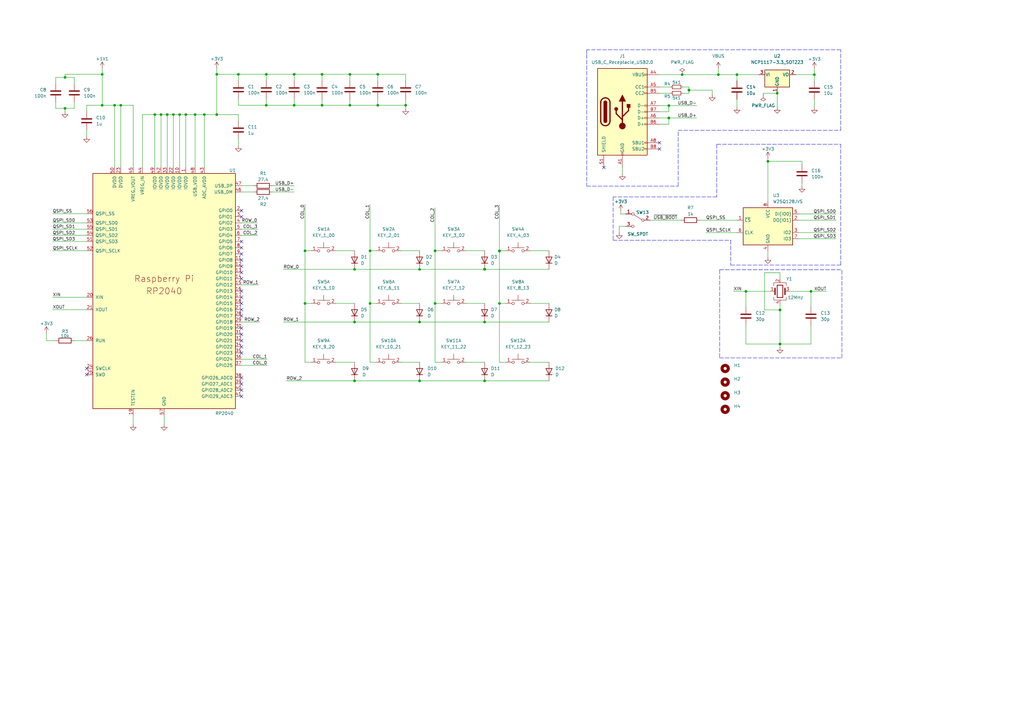
<source format=kicad_sch>
(kicad_sch (version 20211123) (generator eeschema)
  (paper "A3")
  (lib_symbols
    (symbol "Connector:USB_C_Receptacle_USB2.0" (pin_names (offset 1.016))
      (property "Reference" "J" (at -10.16 19.05 0))
      (property "Value" "USB_C_Receptacle_USB2.0" (at 19.05 19.05 0))
      (symbol "USB_C_Receptacle_USB2.0_0_0"
        (rectangle (start -0.254 -17.78) (end 0.254 -16.764))
        (rectangle (start 10.16 -14.986) (end 9.144 -15.494))
        (rectangle (start 10.16 -12.446) (end 9.144 -12.954))
        (rectangle (start 10.16 -4.826) (end 9.144 -5.334))
        (rectangle (start 10.16 -2.286) (end 9.144 -2.794))
        (rectangle (start 10.16 0.254) (end 9.144 -0.254))
        (rectangle (start 10.16 2.794) (end 9.144 2.286))
        (rectangle (start 10.16 7.874) (end 9.144 7.366))
        (rectangle (start 10.16 10.414) (end 9.144 9.906))
        (rectangle (start 10.16 15.494) (end 9.144 14.986))
      )
      (symbol "USB_C_Receptacle_USB2.0_0_1"
        (rectangle (start -10.16 17.78) (end 10.16 -17.78) (stroke (width 0.254)) (fill (type background)))
        (arc (start -8.89 -3.81) (mid -6.985 -5.715) (end -5.08 -3.81) (stroke (width 0.508)))
        (arc (start -7.62 -3.81) (mid -6.985 -4.445) (end -6.35 -3.81) (stroke (width 0.254)))
        (arc (start -7.62 -3.81) (mid -6.985 -4.445) (end -6.35 -3.81) (stroke (width 0.254)) (fill (type outline)))
        (rectangle (start -7.62 -3.81) (end -6.35 3.81) (stroke (width 0.254)) (fill (type outline)))
        (arc (start -6.35 3.81) (mid -6.985 4.445) (end -7.62 3.81) (stroke (width 0.254)))
        (arc (start -6.35 3.81) (mid -6.985 4.445) (end -7.62 3.81) (stroke (width 0.254)) (fill (type outline)))
        (arc (start -5.08 3.81) (mid -6.985 5.715) (end -8.89 3.81) (stroke (width 0.508)))
        (circle (center -2.54 1.143) (radius 0.635) (stroke (width 0.254)) (fill (type outline)))
        (circle (center 0 -5.842) (radius 1.27) (fill (type outline)))
        (polyline (pts (xy -8.89 -3.81) (xy -8.89 3.81)) (stroke (width 0.508)))
        (polyline (pts (xy -5.08 3.81) (xy -5.08 -3.81)) (stroke (width 0.508)))
        (polyline (pts (xy 0 -5.842) (xy 0 4.318)) (stroke (width 0.508)))
        (polyline (pts (xy 0 -3.302) (xy -2.54 -0.762) (xy -2.54 0.508)) (stroke (width 0.508)))
        (polyline (pts (xy 0 -2.032) (xy 2.54 0.508) (xy 2.54 1.778)) (stroke (width 0.508)))
        (polyline (pts (xy -1.27 4.318) (xy 0 6.858) (xy 1.27 4.318) (xy -1.27 4.318)) (stroke (width 0.254)) (fill (type outline)))
        (rectangle (start 1.905 1.778) (end 3.175 3.048) (stroke (width 0.254)) (fill (type outline)))
      )
      (symbol "USB_C_Receptacle_USB2.0_1_1"
        (pin passive line (at 0 -22.86 90) (length 5.08) (name "GND") (number "A1"))
        (pin passive line (at 0 -22.86 90) (length 5.08) hide (name "GND") (number "A12"))
        (pin passive line (at 15.24 15.24 180) (length 5.08) (name "VBUS") (number "A4"))
        (pin bidirectional line (at 15.24 10.16 180) (length 5.08) (name "CC1") (number "A5"))
        (pin bidirectional line (at 15.24 -2.54 180) (length 5.08) (name "D+") (number "A6"))
        (pin bidirectional line (at 15.24 2.54 180) (length 5.08) (name "D-") (number "A7"))
        (pin bidirectional line (at 15.24 -12.7 180) (length 5.08) (name "SBU1") (number "A8"))
        (pin passive line (at 15.24 15.24 180) (length 5.08) hide (name "VBUS") (number "A9"))
        (pin passive line (at 0 -22.86 90) (length 5.08) hide (name "GND") (number "B1"))
        (pin passive line (at 0 -22.86 90) (length 5.08) hide (name "GND") (number "B12"))
        (pin passive line (at 15.24 15.24 180) (length 5.08) hide (name "VBUS") (number "B4"))
        (pin bidirectional line (at 15.24 7.62 180) (length 5.08) (name "CC2") (number "B5"))
        (pin bidirectional line (at 15.24 -5.08 180) (length 5.08) (name "D+") (number "B6"))
        (pin bidirectional line (at 15.24 0 180) (length 5.08) (name "D-") (number "B7"))
        (pin bidirectional line (at 15.24 -15.24 180) (length 5.08) (name "SBU2") (number "B8"))
        (pin passive line (at 15.24 15.24 180) (length 5.08) hide (name "VBUS") (number "B9"))
        (pin passive line (at -7.62 -22.86 90) (length 5.08) (name "SHIELD") (number "S1"))
      )
    )
    (symbol "Device:C" (pin_numbers hide) (pin_names (offset 0.254))
      (property "Reference" "C" (at 0.635 2.54 0))
      (property "Value" "C" (at 0.635 -2.54 0))
      (symbol "C_0_1"
        (polyline (pts (xy -2.032 -0.762) (xy 2.032 -0.762)) (stroke (width 0.508)))
        (polyline (pts (xy -2.032 0.762) (xy 2.032 0.762)) (stroke (width 0.508)))
      )
      (symbol "C_1_1"
        (pin passive line (at 0 3.81 270) (length 2.794) (name "~") (number "1"))
        (pin passive line (at 0 -3.81 90) (length 2.794) (name "~") (number "2"))
      )
    )
    (symbol "Device:Crystal_GND24" (pin_names (offset 1.016) hide)
      (property "Reference" "Y" (at 3.175 5.08 0))
      (property "Value" "Crystal_GND24" (at 3.175 3.175 0))
      (symbol "Crystal_GND24_0_1"
        (rectangle (start -1.143 2.54) (end 1.143 -2.54) (stroke (width 0.3048)))
        (polyline (pts (xy -2.54 0) (xy -2.032 0)))
        (polyline (pts (xy -2.032 -1.27) (xy -2.032 1.27)) (stroke (width 0.508)))
        (polyline (pts (xy 0 -3.81) (xy 0 -3.556)))
        (polyline (pts (xy 0 3.556) (xy 0 3.81)))
        (polyline (pts (xy 2.032 -1.27) (xy 2.032 1.27)) (stroke (width 0.508)))
        (polyline (pts (xy 2.032 0) (xy 2.54 0)))
        (polyline (pts (xy -2.54 -2.286) (xy -2.54 -3.556) (xy 2.54 -3.556) (xy 2.54 -2.286)))
        (polyline (pts (xy -2.54 2.286) (xy -2.54 3.556) (xy 2.54 3.556) (xy 2.54 2.286)))
      )
      (symbol "Crystal_GND24_1_1"
        (pin passive line (at -3.81 0 0) (length 1.27) (name "1") (number "1"))
        (pin passive line (at 0 5.08 270) (length 1.27) (name "2") (number "2"))
        (pin passive line (at 3.81 0 180) (length 1.27) (name "3") (number "3"))
        (pin passive line (at 0 -5.08 90) (length 1.27) (name "4") (number "4"))
      )
    )
    (symbol "Device:D" (pin_numbers hide) (pin_names (offset 1.016) hide)
      (property "Reference" "D" (at 0 2.54 0))
      (property "Value" "D" (at 0 -2.54 0))
      (symbol "D_0_1"
        (polyline (pts (xy -1.27 1.27) (xy -1.27 -1.27)) (stroke (width 0.254)))
        (polyline (pts (xy 1.27 0) (xy -1.27 0)))
        (polyline (pts (xy 1.27 1.27) (xy 1.27 -1.27) (xy -1.27 0) (xy 1.27 1.27)) (stroke (width 0.254)))
      )
      (symbol "D_1_1"
        (pin passive line (at -3.81 0 0) (length 2.54) (name "K") (number "1"))
        (pin passive line (at 3.81 0 180) (length 2.54) (name "A") (number "2"))
      )
    )
    (symbol "Device:R" (pin_numbers hide) (pin_names (offset 0))
      (property "Reference" "R" (at 2.032 0 90))
      (property "Value" "R" (at 0 0 90))
      (symbol "R_0_1"
        (rectangle (start -1.016 -2.54) (end 1.016 2.54) (stroke (width 0.254)))
      )
      (symbol "R_1_1"
        (pin passive line (at 0 3.81 270) (length 1.27) (name "~") (number "1"))
        (pin passive line (at 0 -3.81 90) (length 1.27) (name "~") (number "2"))
      )
    )
    (symbol "Device:R_Small" (pin_numbers hide) (pin_names (offset 0.254) hide)
      (property "Reference" "R" (at 0.762 0.508 0))
      (property "Value" "R_Small" (at 0.762 -1.016 0))
      (symbol "R_Small_0_1"
        (rectangle (start -0.762 1.778) (end 0.762 -1.778) (stroke (width 0.2032)))
      )
      (symbol "R_Small_1_1"
        (pin passive line (at 0 2.54 270) (length 0.762) (name "~") (number "1"))
        (pin passive line (at 0 -2.54 90) (length 0.762) (name "~") (number "2"))
      )
    )
    (symbol "MCU_RaspberryPi_RP2040:RP2040" (pin_names (offset 1.016))
      (property "Reference" "U" (at -29.21 49.53 0))
      (property "Value" "RP2040" (at 24.13 -49.53 0))
      (symbol "RP2040_0_0"
        (text "Raspberry Pi" (at 0 5.08 0) (effects (font (size 2.54 2.54))))
        (text "RP2040" (at 0 0 0) (effects (font (size 2.54 2.54))))
      )
      (symbol "RP2040_0_1"
        (rectangle (start 29.21 48.26) (end -29.21 -48.26) (stroke (width 0.254)) (fill (type background)))
      )
      (symbol "RP2040_1_1"
        (pin power_in line (at 8.89 50.8 270) (length 2.54) (name "IOVDD") (number "1"))
        (pin power_in line (at 6.35 50.8 270) (length 2.54) (name "IOVDD") (number "10"))
        (pin bidirectional line (at 31.75 12.7 180) (length 2.54) (name "GPIO8") (number "11"))
        (pin bidirectional line (at 31.75 10.16 180) (length 2.54) (name "GPIO9") (number "12"))
        (pin bidirectional line (at 31.75 7.62 180) (length 2.54) (name "GPIO10") (number "13"))
        (pin bidirectional line (at 31.75 5.08 180) (length 2.54) (name "GPIO11") (number "14"))
        (pin bidirectional line (at 31.75 2.54 180) (length 2.54) (name "GPIO12") (number "15"))
        (pin bidirectional line (at 31.75 0 180) (length 2.54) (name "GPIO13") (number "16"))
        (pin bidirectional line (at 31.75 -2.54 180) (length 2.54) (name "GPIO14") (number "17"))
        (pin bidirectional line (at 31.75 -5.08 180) (length 2.54) (name "GPIO15") (number "18"))
        (pin passive line (at -12.7 -50.8 90) (length 2.54) (name "TESTEN") (number "19"))
        (pin bidirectional line (at 31.75 33.02 180) (length 2.54) (name "GPIO0") (number "2"))
        (pin input line (at -31.75 -2.54 0) (length 2.54) (name "XIN") (number "20"))
        (pin passive line (at -31.75 -7.62 0) (length 2.54) (name "XOUT") (number "21"))
        (pin power_in line (at 3.81 50.8 270) (length 2.54) (name "IOVDD") (number "22"))
        (pin power_in line (at -17.78 50.8 270) (length 2.54) (name "DVDD") (number "23"))
        (pin output line (at -31.75 -31.75 0) (length 2.54) (name "SWCLK") (number "24"))
        (pin bidirectional line (at -31.75 -34.29 0) (length 2.54) (name "SWD") (number "25"))
        (pin input line (at -31.75 -20.32 0) (length 2.54) (name "RUN") (number "26"))
        (pin bidirectional line (at 31.75 -7.62 180) (length 2.54) (name "GPIO16") (number "27"))
        (pin bidirectional line (at 31.75 -10.16 180) (length 2.54) (name "GPIO17") (number "28"))
        (pin bidirectional line (at 31.75 -12.7 180) (length 2.54) (name "GPIO18") (number "29"))
        (pin bidirectional line (at 31.75 30.48 180) (length 2.54) (name "GPIO1") (number "3"))
        (pin bidirectional line (at 31.75 -15.24 180) (length 2.54) (name "GPIO19") (number "30"))
        (pin bidirectional line (at 31.75 -17.78 180) (length 2.54) (name "GPIO20") (number "31"))
        (pin bidirectional line (at 31.75 -20.32 180) (length 2.54) (name "GPIO21") (number "32"))
        (pin power_in line (at 1.27 50.8 270) (length 2.54) (name "IOVDD") (number "33"))
        (pin bidirectional line (at 31.75 -22.86 180) (length 2.54) (name "GPIO22") (number "34"))
        (pin bidirectional line (at 31.75 -25.4 180) (length 2.54) (name "GPIO23") (number "35"))
        (pin bidirectional line (at 31.75 -27.94 180) (length 2.54) (name "GPIO24") (number "36"))
        (pin bidirectional line (at 31.75 -30.48 180) (length 2.54) (name "GPIO25") (number "37"))
        (pin bidirectional line (at 31.75 -35.56 180) (length 2.54) (name "GPIO26_ADC0") (number "38"))
        (pin bidirectional line (at 31.75 -38.1 180) (length 2.54) (name "GPIO27_ADC1") (number "39"))
        (pin bidirectional line (at 31.75 27.94 180) (length 2.54) (name "GPIO2") (number "4"))
        (pin bidirectional line (at 31.75 -40.64 180) (length 2.54) (name "GPIO28_ADC2") (number "40"))
        (pin bidirectional line (at 31.75 -43.18 180) (length 2.54) (name "GPIO29_ADC3") (number "41"))
        (pin power_in line (at -1.27 50.8 270) (length 2.54) (name "IOVDD") (number "42"))
        (pin power_in line (at 16.51 50.8 270) (length 2.54) (name "ADC_AVDD") (number "43"))
        (pin power_in line (at -8.89 50.8 270) (length 2.54) (name "VREG_IN") (number "44"))
        (pin power_out line (at -12.7 50.8 270) (length 2.54) (name "VREG_VOUT") (number "45"))
        (pin bidirectional line (at 31.75 40.64 180) (length 2.54) (name "USB_DM") (number "46"))
        (pin bidirectional line (at 31.75 43.18 180) (length 2.54) (name "USB_DP") (number "47"))
        (pin power_in line (at 12.7 50.8 270) (length 2.54) (name "USB_VDD") (number "48"))
        (pin power_in line (at -3.81 50.8 270) (length 2.54) (name "IOVDD") (number "49"))
        (pin bidirectional line (at 31.75 25.4 180) (length 2.54) (name "GPIO3") (number "5"))
        (pin power_in line (at -20.32 50.8 270) (length 2.54) (name "DVDD") (number "50"))
        (pin bidirectional line (at -31.75 20.32 0) (length 2.54) (name "QSPI_SD3") (number "51"))
        (pin output line (at -31.75 16.51 0) (length 2.54) (name "QSPI_SCLK") (number "52"))
        (pin bidirectional line (at -31.75 27.94 0) (length 2.54) (name "QSPI_SD0") (number "53"))
        (pin bidirectional line (at -31.75 22.86 0) (length 2.54) (name "QSPI_SD2") (number "54"))
        (pin bidirectional line (at -31.75 25.4 0) (length 2.54) (name "QSPI_SD1") (number "55"))
        (pin bidirectional line (at -31.75 31.75 0) (length 2.54) (name "QSPI_SS") (number "56"))
        (pin power_in line (at 0 -50.8 90) (length 2.54) (name "GND") (number "57"))
        (pin bidirectional line (at 31.75 22.86 180) (length 2.54) (name "GPIO4") (number "6"))
        (pin bidirectional line (at 31.75 20.32 180) (length 2.54) (name "GPIO5") (number "7"))
        (pin bidirectional line (at 31.75 17.78 180) (length 2.54) (name "GPIO6") (number "8"))
        (pin bidirectional line (at 31.75 15.24 180) (length 2.54) (name "GPIO7") (number "9"))
      )
    )
    (symbol "Mechanical:MountingHole" (pin_names (offset 1.016))
      (property "Reference" "H" (at 0 5.08 0))
      (property "Value" "MountingHole" (at 0 3.175 0))
      (symbol "MountingHole_0_1"
        (circle (center 0 0) (radius 1.27) (stroke (width 1.27)))
      )
    )
    (symbol "Memory_Flash:W25Q128JVS"
      (property "Reference" "U" (at -8.89 8.89 0))
      (property "Value" "W25Q128JVS" (at 7.62 8.89 0))
      (symbol "W25Q128JVS_0_1"
        (rectangle (start -10.16 7.62) (end 10.16 -7.62) (stroke (width 0.254)) (fill (type background)))
      )
      (symbol "W25Q128JVS_1_1"
        (pin input line (at -12.7 2.54 0) (length 2.54) (name "~{CS}") (number "1"))
        (pin bidirectional line (at 12.7 2.54 180) (length 2.54) (name "DO(IO1)") (number "2"))
        (pin bidirectional line (at 12.7 -2.54 180) (length 2.54) (name "IO2") (number "3"))
        (pin power_in line (at 0 -10.16 90) (length 2.54) (name "GND") (number "4"))
        (pin bidirectional line (at 12.7 5.08 180) (length 2.54) (name "DI(IO0)") (number "5"))
        (pin input line (at -12.7 -2.54 0) (length 2.54) (name "CLK") (number "6"))
        (pin bidirectional line (at 12.7 -5.08 180) (length 2.54) (name "IO3") (number "7"))
        (pin power_in line (at 0 10.16 270) (length 2.54) (name "VCC") (number "8"))
      )
    )
    (symbol "Regulator_Linear:NCP1117-3.3_SOT223" (pin_names (offset 0.254))
      (property "Reference" "U" (at -3.81 3.175 0))
      (property "Value" "NCP1117-3.3_SOT223" (at 0 3.175 0))
      (symbol "NCP1117-3.3_SOT223_0_1"
        (rectangle (start -5.08 -5.08) (end 5.08 1.905) (stroke (width 0.254)) (fill (type background)))
      )
      (symbol "NCP1117-3.3_SOT223_1_1"
        (pin power_in line (at 0 -7.62 90) (length 2.54) (name "GND") (number "1"))
        (pin power_out line (at 7.62 0 180) (length 2.54) (name "VO") (number "2"))
        (pin power_in line (at -7.62 0 0) (length 2.54) (name "VI") (number "3"))
      )
    )
    (symbol "Switch:SW_SPDT" (pin_names (offset 0) hide)
      (property "Reference" "SW" (at 0 4.318 0))
      (property "Value" "SW_SPDT" (at 0 -5.08 0))
      (symbol "SW_SPDT_0_0"
        (circle (center -2.032 0) (radius 0.508))
        (circle (center 2.032 -2.54) (radius 0.508))
      )
      (symbol "SW_SPDT_0_1"
        (polyline (pts (xy -1.524 0.254) (xy 1.651 2.286)))
        (circle (center 2.032 2.54) (radius 0.508))
      )
      (symbol "SW_SPDT_1_1"
        (pin passive line (at 5.08 2.54 180) (length 2.54) (name "A") (number "1"))
        (pin passive line (at -5.08 0 0) (length 2.54) (name "B") (number "2"))
        (pin passive line (at 5.08 -2.54 180) (length 2.54) (name "C") (number "3"))
      )
    )
    (symbol "keebio:MX_LED" (pin_names (offset 1.016) hide)
      (property "Reference" "SW" (at 1.651 2.413 0))
      (property "Value" "MX_LED" (at 0 -3.81 0))
      (symbol "MX_LED_1_1"
        (circle (center -2.032 0) (radius 0.508))
        (polyline (pts (xy -2.54 1.27) (xy 2.54 1.27)))
        (polyline (pts (xy 0 1.27) (xy 0 3.429)))
        (circle (center 2.032 0) (radius 0.508))
        (pin passive line (at -5.08 0 0) (length 2.54) (name "1") (number "1"))
        (pin passive line (at 5.08 0 180) (length 2.54) (name "2") (number "2"))
      )
      (symbol "MX_LED_2_1"
        (polyline (pts (xy 1.27 -1.27) (xy 1.27 1.27)) (stroke (width 0.2032)))
        (polyline (pts (xy 1.27 0) (xy -1.27 0)))
        (polyline (pts (xy -1.27 -1.27) (xy -1.27 1.27) (xy 1.27 0) (xy -1.27 -1.27)) (stroke (width 0.2032)))
        (polyline (pts (xy 1.778 -0.762) (xy 3.302 -2.286) (xy 2.54 -2.286) (xy 3.302 -2.286) (xy 3.302 -1.524)))
        (polyline (pts (xy 3.048 -0.762) (xy 4.572 -2.286) (xy 3.81 -2.286) (xy 4.572 -2.286) (xy 4.572 -1.524)))
        (pin passive line (at -3.81 0 0) (length 2.54) (name "3") (number "3"))
        (pin passive line (at 3.81 0 180) (length 2.54) (name "4") (number "4"))
      )
    )
    (symbol "power:+1V1" (power) (pin_names (offset 0))
      (property "Value" "+1V1" (at 0 3.556 0))
      (symbol "+1V1_0_1"
        (polyline (pts (xy -0.762 1.27) (xy 0 2.54)))
        (polyline (pts (xy 0 0) (xy 0 2.54)))
        (polyline (pts (xy 0 2.54) (xy 0.762 1.27)))
      )
      (symbol "+1V1_1_1"
        (pin power_in line (at 0 0 90) (length 0) hide (name "+1V1") (number "1"))
      )
    )
    (symbol "power:+3V3" (power) (pin_names (offset 0))
      (property "Value" "+3V3" (at 0 3.556 0))
      (symbol "+3V3_0_1"
        (polyline (pts (xy -0.762 1.27) (xy 0 2.54)))
        (polyline (pts (xy 0 0) (xy 0 2.54)))
        (polyline (pts (xy 0 2.54) (xy 0.762 1.27)))
      )
      (symbol "+3V3_1_1"
        (pin power_in line (at 0 0 90) (length 0) hide (name "+3V3") (number "1"))
      )
    )
    (symbol "power:GND" (power) (pin_names (offset 0))
      (property "Value" "GND" (at 0 -3.81 0))
      (symbol "GND_0_1"
        (polyline (pts (xy 0 0) (xy 0 -1.27) (xy 1.27 -1.27) (xy 0 -2.54) (xy -1.27 -1.27) (xy 0 -1.27)))
      )
      (symbol "GND_1_1"
        (pin power_in line (at 0 0 270) (length 0) hide (name "GND") (number "1"))
      )
    )
    (symbol "power:PWR_FLAG" (power) (pin_numbers hide) (pin_names (offset 0) hide)
      (property "Value" "PWR_FLAG" (at 0 3.81 0))
      (symbol "PWR_FLAG_0_0"
        (pin power_out line (at 0 0 90) (length 0) (name "pwr") (number "1"))
      )
      (symbol "PWR_FLAG_0_1"
        (polyline (pts (xy 0 0) (xy 0 1.27) (xy -1.016 1.905) (xy 0 2.54) (xy 1.016 1.905) (xy 0 1.27)))
      )
    )
    (symbol "power:VBUS" (power) (pin_names (offset 0))
      (property "Value" "VBUS" (at 0 3.81 0))
      (symbol "VBUS_0_1"
        (polyline (pts (xy -0.762 1.27) (xy 0 2.54)))
        (polyline (pts (xy 0 0) (xy 0 2.54)))
        (polyline (pts (xy 0 2.54) (xy 0.762 1.27)))
      )
      (symbol "VBUS_1_1"
        (pin power_in line (at 0 0 90) (length 0) hide (name "VBUS") (number "1"))
      )
    )
  )
  (junction (at 172.085 110.49))
  (junction (at 332.613 119.507))
  (junction (at 319.913 141.097))
  (junction (at 145.415 156.21))
  (junction (at 294.64 30.607))
  (junction (at 76.2 46.99))
  (junction (at 26.67 44.45))
  (junction (at 88.9 46.99))
  (junction (at 166.37 43.18))
  (junction (at 145.415 132.08))
  (junction (at 66.04 46.99))
  (junction (at 145.415 110.49))
  (junction (at 302.26 30.607))
  (junction (at 318.77 38.227))
  (junction (at 319.913 127.127))
  (junction (at 49.53 43.18))
  (junction (at 132.08 43.18))
  (junction (at 125.095 102.87))
  (junction (at 68.58 46.99))
  (junction (at 204.851 124.46))
  (junction (at 178.435 124.46))
  (junction (at 143.51 30.48))
  (junction (at 198.755 156.21))
  (junction (at 88.9 30.48))
  (junction (at 198.755 110.363))
  (junction (at 83.82 46.99))
  (junction (at 132.08 30.48))
  (junction (at 305.943 119.507))
  (junction (at 154.94 43.18))
  (junction (at 120.65 43.18))
  (junction (at 120.65 30.48))
  (junction (at 46.99 43.18))
  (junction (at 41.91 43.18))
  (junction (at 279.8003 30.607))
  (junction (at 151.765 124.46))
  (junction (at 204.851 102.87))
  (junction (at 125.095 124.46))
  (junction (at 282.575 36.957))
  (junction (at 274.32 43.307))
  (junction (at 109.22 43.18))
  (junction (at 172.085 132.08))
  (junction (at 80.01 46.99))
  (junction (at 63.5 46.99))
  (junction (at 154.94 30.48))
  (junction (at 334.01 30.607))
  (junction (at 204.851 102.997))
  (junction (at 151.765 102.87))
  (junction (at 26.67 31.75))
  (junction (at 97.79 30.48))
  (junction (at 314.96 66.167))
  (junction (at 274.32 48.387))
  (junction (at 71.12 46.99))
  (junction (at 198.755 110.49))
  (junction (at 172.085 156.21))
  (junction (at 73.66 46.99))
  (junction (at 198.755 132.08))
  (junction (at 41.91 30.48))
  (junction (at 178.435 102.87))
  (junction (at 143.51 43.18))
  (junction (at 109.22 30.48))
  (no_connect (at 99.06 121.92))
  (no_connect (at 99.06 106.68))
  (no_connect (at 99.06 157.48))
  (no_connect (at 99.06 109.22))
  (no_connect (at 99.06 114.3))
  (no_connect (at 247.65 68.707))
  (no_connect (at 99.06 144.78))
  (no_connect (at 99.06 160.02))
  (no_connect (at 270.51 61.087))
  (no_connect (at 99.06 162.56))
  (no_connect (at 99.06 154.94))
  (no_connect (at 35.56 153.67))
  (no_connect (at 99.06 119.38))
  (no_connect (at 99.06 142.24))
  (no_connect (at 99.06 111.76))
  (no_connect (at 99.06 99.06))
  (no_connect (at 99.06 104.14))
  (no_connect (at 99.06 129.54))
  (no_connect (at 99.06 101.6))
  (no_connect (at 35.56 151.13))
  (no_connect (at 99.06 86.36))
  (no_connect (at 270.51 58.547))
  (no_connect (at 99.06 124.46))
  (no_connect (at 99.06 127))
  (no_connect (at 99.06 88.9))
  (no_connect (at 99.06 137.16))
  (no_connect (at 99.06 139.7))
  (no_connect (at 99.06 134.62))
  (wire (pts (xy 166.37 40.64) (xy 166.37 43.18)))
  (wire (pts (xy 88.9 46.99) (xy 97.79 46.99)))
  (wire (pts (xy 125.095 124.46) (xy 125.095 148.59)))
  (wire (pts (xy 178.435 102.87) (xy 180.975 102.87)))
  (wire (pts (xy 178.435 124.46) (xy 180.975 124.46)))
  (wire (pts (xy 313.563 111.887) (xy 313.563 127.127)))
  (wire (pts (xy 132.08 43.18) (xy 143.51 43.18)))
  (wire (pts (xy 287.02 90.297) (xy 302.26 90.297)))
  (wire (pts (xy 178.435 85.217) (xy 178.435 102.87)))
  (wire (pts (xy 35.56 53.34) (xy 35.56 55.88)))
  (polyline (pts (xy 295.148 110.617) (xy 295.148 146.812)))
  (wire (pts (xy 204.851 124.46) (xy 204.851 148.59)))
  (wire (pts (xy 132.08 30.48) (xy 143.51 30.48)))
  (wire (pts (xy 274.32 48.387) (xy 285.75 48.387)))
  (wire (pts (xy 254.635 87.757) (xy 254.635 86.487)))
  (wire (pts (xy 319.913 141.097) (xy 332.613 141.097)))
  (wire (pts (xy 88.9 30.48) (xy 88.9 46.99)))
  (wire (pts (xy 198.755 132.08) (xy 225.171 132.08)))
  (wire (pts (xy 204.851 102.87) (xy 207.391 102.87)))
  (wire (pts (xy 88.9 46.99) (xy 83.82 46.99)))
  (wire (pts (xy 58.42 68.58) (xy 58.42 46.99)))
  (wire (pts (xy 300.863 119.507) (xy 305.943 119.507)))
  (wire (pts (xy 68.58 46.99) (xy 71.12 46.99)))
  (wire (pts (xy 270.51 50.927) (xy 274.32 50.927)))
  (wire (pts (xy 282.575 36.957) (xy 282.575 38.227)))
  (wire (pts (xy 198.755 110.49) (xy 198.755 110.363)))
  (wire (pts (xy 332.613 119.507) (xy 338.963 119.507)))
  (wire (pts (xy 164.465 124.46) (xy 172.085 124.46)))
  (wire (pts (xy 280.035 35.687) (xy 282.575 35.687)))
  (polyline (pts (xy 345.313 146.812) (xy 345.313 110.617)))
  (wire (pts (xy 30.48 41.91) (xy 30.48 44.45)))
  (wire (pts (xy 305.943 119.507) (xy 305.943 125.857)))
  (polyline (pts (xy 240.665 22.352) (xy 240.665 76.327)))
  (wire (pts (xy 164.465 102.87) (xy 172.085 102.87)))
  (wire (pts (xy 117.475 156.21) (xy 145.415 156.21)))
  (wire (pts (xy 97.79 43.18) (xy 109.22 43.18)))
  (wire (pts (xy 97.79 46.99) (xy 97.79 49.53)))
  (wire (pts (xy 63.5 68.58) (xy 63.5 46.99)))
  (wire (pts (xy 289.56 95.377) (xy 302.26 95.377)))
  (wire (pts (xy 282.575 35.687) (xy 282.575 36.957)))
  (wire (pts (xy 19.05 139.7) (xy 22.86 139.7)))
  (wire (pts (xy 88.9 30.48) (xy 97.79 30.48)))
  (wire (pts (xy 334.01 28.067) (xy 334.01 30.607)))
  (wire (pts (xy 204.851 102.87) (xy 204.851 102.997)))
  (wire (pts (xy 319.913 127.127) (xy 319.913 124.587)))
  (wire (pts (xy 319.913 127.127) (xy 319.913 141.097)))
  (wire (pts (xy 313.563 127.127) (xy 319.913 127.127)))
  (wire (pts (xy 143.51 30.48) (xy 143.51 33.02)))
  (wire (pts (xy 99.06 76.2) (xy 104.14 76.2)))
  (wire (pts (xy 154.94 30.48) (xy 154.94 33.02)))
  (wire (pts (xy 73.66 46.99) (xy 76.2 46.99)))
  (wire (pts (xy 21.59 102.87) (xy 35.56 102.87)))
  (wire (pts (xy 332.613 133.477) (xy 332.613 141.097)))
  (wire (pts (xy 83.82 46.99) (xy 83.82 68.58)))
  (polyline (pts (xy 344.805 53.467) (xy 344.805 20.447)))
  (wire (pts (xy 83.82 46.99) (xy 80.01 46.99)))
  (wire (pts (xy 109.22 30.48) (xy 109.22 33.02)))
  (wire (pts (xy 99.06 116.84) (xy 106.045 116.84)))
  (wire (pts (xy 332.613 119.507) (xy 332.613 125.857)))
  (wire (pts (xy 54.61 170.18) (xy 54.61 173.99)))
  (polyline (pts (xy 299.72 98.552) (xy 299.72 108.712)))
  (wire (pts (xy 143.51 40.64) (xy 143.51 43.18)))
  (wire (pts (xy 21.59 96.52) (xy 35.56 96.52)))
  (wire (pts (xy 120.65 30.48) (xy 120.65 33.02)))
  (wire (pts (xy 274.32 43.307) (xy 285.75 43.307)))
  (wire (pts (xy 99.06 149.86) (xy 109.601 149.86)))
  (wire (pts (xy 151.765 83.82) (xy 151.765 102.87)))
  (wire (pts (xy 120.65 43.18) (xy 132.08 43.18)))
  (wire (pts (xy 88.9 27.94) (xy 88.9 30.48)))
  (polyline (pts (xy 294.005 80.772) (xy 251.46 80.772)))
  (wire (pts (xy 172.085 110.49) (xy 198.755 110.49)))
  (polyline (pts (xy 295.148 146.812) (xy 345.313 146.812)))
  (wire (pts (xy 166.37 30.48) (xy 166.37 33.02)))
  (wire (pts (xy 132.08 40.64) (xy 132.08 43.18)))
  (wire (pts (xy 41.91 43.18) (xy 46.99 43.18)))
  (wire (pts (xy 270.51 35.687) (xy 274.955 35.687)))
  (wire (pts (xy 41.91 27.94) (xy 41.91 30.48)))
  (wire (pts (xy 26.67 44.45) (xy 26.67 45.72)))
  (wire (pts (xy 116.205 132.08) (xy 145.415 132.08)))
  (polyline (pts (xy 251.46 98.552) (xy 299.72 98.552)))
  (wire (pts (xy 76.2 68.58) (xy 76.2 46.99)))
  (wire (pts (xy 282.575 38.227) (xy 280.035 38.227)))
  (wire (pts (xy 137.795 102.87) (xy 145.415 102.87)))
  (wire (pts (xy 151.765 102.87) (xy 154.305 102.87)))
  (wire (pts (xy 154.94 40.64) (xy 154.94 43.18)))
  (wire (pts (xy 164.465 148.59) (xy 172.085 148.59)))
  (wire (pts (xy 178.435 124.46) (xy 178.435 148.59)))
  (wire (pts (xy 316.103 119.507) (xy 305.943 119.507)))
  (wire (pts (xy 26.67 30.48) (xy 41.91 30.48)))
  (wire (pts (xy 125.095 124.46) (xy 127.635 124.46)))
  (wire (pts (xy 328.93 75.057) (xy 328.93 76.327)))
  (wire (pts (xy 109.22 40.64) (xy 109.22 43.18)))
  (wire (pts (xy 274.32 50.927) (xy 274.32 48.387)))
  (wire (pts (xy 313.055 38.227) (xy 318.77 38.227)))
  (wire (pts (xy 328.93 67.437) (xy 328.93 66.167)))
  (wire (pts (xy 270.51 43.307) (xy 274.32 43.307)))
  (wire (pts (xy 334.01 40.767) (xy 334.01 43.942)))
  (polyline (pts (xy 294.005 59.182) (xy 294.005 80.772)))
  (polyline (pts (xy 251.46 85.217) (xy 251.46 98.552)))
  (wire (pts (xy 99.06 91.44) (xy 105.537 91.44)))
  (wire (pts (xy 254 92.837) (xy 254 95.377)))
  (wire (pts (xy 172.085 156.21) (xy 198.755 156.21)))
  (wire (pts (xy 314.96 64.897) (xy 314.96 66.167)))
  (wire (pts (xy 151.765 148.59) (xy 154.305 148.59)))
  (wire (pts (xy 319.913 114.427) (xy 319.913 111.887)))
  (wire (pts (xy 217.551 148.59) (xy 225.171 148.59)))
  (wire (pts (xy 305.943 133.477) (xy 305.943 141.097)))
  (wire (pts (xy 125.095 148.59) (xy 127.635 148.59)))
  (wire (pts (xy 302.26 33.147) (xy 302.26 30.607)))
  (wire (pts (xy 217.551 124.46) (xy 225.171 124.46)))
  (wire (pts (xy 294.64 30.607) (xy 302.26 30.607)))
  (wire (pts (xy 217.551 102.87) (xy 225.171 102.87)))
  (polyline (pts (xy 344.805 20.447) (xy 240.665 20.447)))
  (wire (pts (xy 143.51 30.48) (xy 154.94 30.48)))
  (polyline (pts (xy 278.13 76.327) (xy 278.13 53.467)))
  (polyline (pts (xy 344.805 108.712) (xy 344.805 59.182)))
  (wire (pts (xy 151.765 124.46) (xy 151.765 148.59)))
  (polyline (pts (xy 295.148 110.617) (xy 345.313 110.617)))
  (wire (pts (xy 26.67 31.75) (xy 26.67 30.48)))
  (wire (pts (xy 314.96 66.167) (xy 314.96 82.677)))
  (wire (pts (xy 319.913 141.097) (xy 319.913 142.367)))
  (wire (pts (xy 326.39 30.607) (xy 334.01 30.607)))
  (wire (pts (xy 76.2 46.99) (xy 80.01 46.99)))
  (wire (pts (xy 266.7 90.297) (xy 279.4 90.297)))
  (polyline (pts (xy 294.005 59.182) (xy 344.805 59.182)))
  (wire (pts (xy 111.76 76.2) (xy 120.65 76.2)))
  (wire (pts (xy 256.54 87.757) (xy 254.635 87.757)))
  (wire (pts (xy 66.04 68.58) (xy 66.04 46.99)))
  (wire (pts (xy 314.96 66.167) (xy 328.93 66.167)))
  (wire (pts (xy 191.135 124.46) (xy 198.755 124.46)))
  (wire (pts (xy 270.51 45.847) (xy 274.32 45.847)))
  (wire (pts (xy 58.42 46.99) (xy 63.5 46.99)))
  (wire (pts (xy 145.415 110.49) (xy 172.085 110.49)))
  (polyline (pts (xy 251.46 80.772) (xy 251.46 84.582)))
  (wire (pts (xy 21.59 91.44) (xy 35.56 91.44)))
  (wire (pts (xy 71.12 68.58) (xy 71.12 46.99)))
  (wire (pts (xy 120.65 40.64) (xy 120.65 43.18)))
  (wire (pts (xy 319.913 111.887) (xy 313.563 111.887)))
  (wire (pts (xy 327.66 87.757) (xy 342.9 87.757)))
  (wire (pts (xy 26.67 44.45) (xy 30.48 44.45)))
  (wire (pts (xy 68.58 68.58) (xy 68.58 46.99)))
  (wire (pts (xy 73.66 68.58) (xy 73.66 46.99)))
  (wire (pts (xy 21.59 121.92) (xy 35.56 121.92)))
  (wire (pts (xy 154.94 30.48) (xy 166.37 30.48)))
  (wire (pts (xy 274.32 45.847) (xy 274.32 43.307)))
  (wire (pts (xy 191.135 148.59) (xy 198.755 148.59)))
  (wire (pts (xy 270.51 48.387) (xy 274.32 48.387)))
  (wire (pts (xy 270.51 38.227) (xy 274.955 38.227)))
  (wire (pts (xy 327.66 90.297) (xy 342.9 90.297)))
  (wire (pts (xy 125.095 102.87) (xy 125.095 124.46)))
  (wire (pts (xy 35.56 43.18) (xy 41.91 43.18)))
  (wire (pts (xy 30.48 31.75) (xy 30.48 34.29)))
  (wire (pts (xy 143.51 43.18) (xy 154.94 43.18)))
  (wire (pts (xy 198.755 156.21) (xy 225.171 156.21)))
  (wire (pts (xy 63.5 46.99) (xy 66.04 46.99)))
  (wire (pts (xy 225.171 110.49) (xy 198.755 110.49)))
  (wire (pts (xy 279.8003 30.607) (xy 294.64 30.607)))
  (wire (pts (xy 22.86 31.75) (xy 26.67 31.75)))
  (polyline (pts (xy 278.13 53.467) (xy 344.805 53.467)))
  (wire (pts (xy 145.415 132.08) (xy 172.085 132.08)))
  (wire (pts (xy 166.37 43.18) (xy 166.37 44.45)))
  (wire (pts (xy 302.26 40.767) (xy 302.26 43.942)))
  (wire (pts (xy 99.06 78.74) (xy 104.14 78.74)))
  (wire (pts (xy 109.22 43.18) (xy 120.65 43.18)))
  (wire (pts (xy 204.851 124.46) (xy 207.391 124.46)))
  (wire (pts (xy 97.79 40.64) (xy 97.79 43.18)))
  (wire (pts (xy 35.56 45.72) (xy 35.56 43.18)))
  (wire (pts (xy 255.27 68.707) (xy 255.27 71.247)))
  (wire (pts (xy 46.99 43.18) (xy 46.99 68.58)))
  (wire (pts (xy 292.1 36.957) (xy 292.1 38.862)))
  (wire (pts (xy 294.64 28.067) (xy 294.64 30.607)))
  (wire (pts (xy 314.96 102.997) (xy 314.96 105.537)))
  (wire (pts (xy 323.723 119.507) (xy 332.613 119.507)))
  (wire (pts (xy 178.435 102.87) (xy 178.435 124.46)))
  (wire (pts (xy 97.79 33.02) (xy 97.79 30.48)))
  (wire (pts (xy 54.61 43.18) (xy 54.61 68.58)))
  (wire (pts (xy 204.851 102.997) (xy 204.851 124.46)))
  (wire (pts (xy 327.66 97.917) (xy 342.9 97.917)))
  (wire (pts (xy 99.06 147.32) (xy 109.601 147.32)))
  (wire (pts (xy 21.59 93.98) (xy 35.56 93.98)))
  (wire (pts (xy 313.055 38.862) (xy 313.055 38.227)))
  (wire (pts (xy 327.66 95.377) (xy 342.9 95.377)))
  (wire (pts (xy 334.01 30.607) (xy 334.01 33.147)))
  (wire (pts (xy 22.86 41.91) (xy 22.86 44.45)))
  (wire (pts (xy 154.94 43.18) (xy 166.37 43.18)))
  (wire (pts (xy 132.08 30.48) (xy 132.08 33.02)))
  (wire (pts (xy 318.77 38.227) (xy 318.77 43.942)))
  (polyline (pts (xy 240.665 20.447) (xy 240.665 22.352)))
  (wire (pts (xy 21.59 99.06) (xy 35.56 99.06)))
  (wire (pts (xy 49.53 43.18) (xy 49.53 68.58)))
  (wire (pts (xy 19.05 136.525) (xy 19.05 139.7)))
  (wire (pts (xy 22.86 34.29) (xy 22.86 31.75)))
  (wire (pts (xy 66.04 46.99) (xy 68.58 46.99)))
  (wire (pts (xy 302.26 30.607) (xy 311.15 30.607)))
  (wire (pts (xy 125.095 102.87) (xy 127.635 102.87)))
  (wire (pts (xy 99.06 132.08) (xy 106.553 132.08)))
  (wire (pts (xy 172.085 132.08) (xy 198.755 132.08)))
  (wire (pts (xy 282.575 36.957) (xy 292.1 36.957)))
  (wire (pts (xy 80.01 46.99) (xy 80.01 68.58)))
  (wire (pts (xy 67.31 170.18) (xy 67.31 173.99)))
  (wire (pts (xy 109.22 30.48) (xy 120.65 30.48)))
  (wire (pts (xy 22.86 44.45) (xy 26.67 44.45)))
  (wire (pts (xy 21.59 87.63) (xy 35.56 87.63)))
  (wire (pts (xy 26.67 31.75) (xy 30.48 31.75)))
  (wire (pts (xy 49.53 43.18) (xy 54.61 43.18)))
  (wire (pts (xy 145.415 156.21) (xy 172.085 156.21)))
  (wire (pts (xy 46.99 43.18) (xy 49.53 43.18)))
  (wire (pts (xy 256.54 92.837) (xy 254 92.837)))
  (wire (pts (xy 97.79 30.48) (xy 109.22 30.48)))
  (polyline (pts (xy 240.665 76.327) (xy 278.13 76.327)))
  (wire (pts (xy 116.205 110.49) (xy 145.415 110.49)))
  (wire (pts (xy 151.765 124.46) (xy 154.305 124.46)))
  (wire (pts (xy 191.135 102.87) (xy 198.755 102.87)))
  (wire (pts (xy 97.79 57.15) (xy 97.79 59.69)))
  (wire (pts (xy 71.12 46.99) (xy 73.66 46.99)))
  (wire (pts (xy 137.795 148.59) (xy 145.415 148.59)))
  (wire (pts (xy 111.76 78.74) (xy 120.65 78.74)))
  (wire (pts (xy 305.943 141.097) (xy 319.913 141.097)))
  (wire (pts (xy 21.59 127) (xy 35.56 127)))
  (wire (pts (xy 120.65 30.48) (xy 132.08 30.48)))
  (wire (pts (xy 41.91 43.18) (xy 41.91 30.48)))
  (wire (pts (xy 125.095 83.82) (xy 125.095 102.87)))
  (wire (pts (xy 137.795 124.46) (xy 145.415 124.46)))
  (wire (pts (xy 151.765 102.87) (xy 151.765 124.46)))
  (wire (pts (xy 99.06 96.52) (xy 105.664 96.52)))
  (wire (pts (xy 30.48 139.7) (xy 35.56 139.7)))
  (wire (pts (xy 204.851 148.59) (xy 207.391 148.59)))
  (wire (pts (xy 270.51 30.607) (xy 279.8003 30.607)))
  (wire (pts (xy 178.435 148.59) (xy 180.975 148.59)))
  (polyline (pts (xy 299.72 108.712) (xy 344.805 108.712)))
  (wire (pts (xy 99.06 93.98) (xy 105.664 93.98)))
  (wire (pts (xy 204.851 83.947) (xy 204.851 102.87)))
  (label "XOUT" (at 21.59 127 0))
  (label "QSPI_SD2" (at 342.9 95.377 180))
  (label "COL_0" (at 109.601 149.86 180))
  (label "QSPI_SCLK" (at 21.59 102.87 0))
  (label "XOUT" (at 338.963 119.507 180))
  (label "USB_D+" (at 285.75 48.387 180))
  (label "ROW_1" (at 106.045 116.84 180))
  (label "QSPI_SS" (at 289.56 90.297 0))
  (label "QSPI_SD3" (at 342.9 97.917 180))
  (label "COL_0" (at 125.095 83.82 270))
  (label "ROW_2" (at 106.553 132.08 180))
  (label "XIN" (at 300.863 119.507 0))
  (label "QSPI_SD0" (at 21.59 91.44 0))
  (label "QSPI_SCLK" (at 289.56 95.377 0))
  (label "QSPI_SD2" (at 21.59 96.52 0))
  (label "COL_1" (at 151.765 83.82 270))
  (label "COL_2" (at 178.435 85.217 270))
  (label "QSPI_SS" (at 21.59 87.63 0))
  (label "QSPI_SD1" (at 21.59 93.98 0))
  (label "COL_3" (at 204.851 83.947 270))
  (label "QSPI_SD0" (at 342.9 87.757 180))
  (label "USB_D+" (at 120.65 76.2 180))
  (label "~{USB_BOOT}" (at 267.97 90.297 0))
  (label "COL_3" (at 105.664 93.98 180))
  (label "QSPI_SD3" (at 21.59 99.06 0))
  (label "ROW_0" (at 105.537 91.44 180))
  (label "COL_2" (at 105.664 96.52 180))
  (label "USB_D-" (at 120.65 78.74 180))
  (label "ROW_1" (at 116.205 132.08 0))
  (label "ROW_0" (at 116.205 110.49 0))
  (label "XIN" (at 21.59 121.92 0))
  (label "ROW_2" (at 117.475 156.21 0))
  (label "USB_D-" (at 285.75 43.307 180))
  (label "COL_1" (at 109.601 147.32 180))
  (label "QSPI_SD1" (at 342.9 90.297 180))
  (symbol (lib_id "Device:C") (at 305.943 129.667 0) (unit 1)
    (property "Reference" "C12" (at 309.88 128.3969 0) (effects (justify left)))
    (property "Value" "30p" (at 309.88 130.9369 0) (effects (justify left)))
    (property "Footprint" "Capacitor_SMD:C_0402_1005Metric" (effects hide))
  )
  (symbol (lib_id "keebio:MX_LED") (at 186.055 102.87 0) (unit 1)
    (property "Reference" "SW3" (at 186.055 93.98 0))
    (property "Value" "KEY_3_02" (at 186.055 96.52 0))
    (property "Footprint" "Switch_Keyboard_Cherry_MX:SW_Cherry_MX_PCB_1.00u" (effects hide))
  )
  (symbol (lib_id "power:GND") (at 314.96 105.537 0) (unit 1)
    (property "Reference" "#PWR0101" (effects hide))
    (property "Value" "GND" (effects hide))
  )
  (symbol (lib_id "Mechanical:MountingHole") (at 297.434 167.894 0) (unit 1)
    (property "Reference" "H4" (at 300.99 166.6239 0) (effects (justify left)))
    (property "Value" "MountingHole" (effects hide))
    (property "Footprint" "MountingHole:MountingHole_2.2mm_M2" (effects hide))
  )
  (symbol (lib_id "Device:C") (at 35.56 49.53 0) (unit 1)
    (property "Reference" "C10" (at 39.37 48.2599 0) (effects (justify left)))
    (property "Value" "1u" (at 39.37 50.7999 0) (effects (justify left)))
    (property "Footprint" "Capacitor_SMD:C_0402_1005Metric" (effects hide))
  )
  (symbol (lib_id "Device:C") (at 154.94 36.83 0) (unit 1)
    (property "Reference" "C6" (at 158.75 35.5599 0) (effects (justify left)))
    (property "Value" "100n" (at 158.75 38.0999 0) (effects (justify left)))
    (property "Footprint" "Capacitor_SMD:C_0402_1005Metric" (effects hide))
  )
  (symbol (lib_id "power:GND") (at 35.56 55.88 0) (unit 1)
    (property "Reference" "#PWR0116" (effects hide))
    (property "Value" "GND" (effects hide))
  )
  (symbol (lib_id "power:GND") (at 67.31 173.99 0) (unit 1)
    (property "Reference" "#PWR0117" (effects hide))
    (property "Value" "GND" (effects hide))
  )
  (symbol (lib_id "Device:R") (at 283.21 90.297 90) (unit 1)
    (property "Reference" "R7" (at 283.21 85.217 90))
    (property "Value" "1k" (at 283.21 87.757 90))
    (property "Footprint" "Resistor_SMD:R_0402_1005Metric" (effects hide))
  )
  (symbol (lib_id "Device:C") (at 132.08 36.83 0) (unit 1)
    (property "Reference" "C4" (at 135.89 35.5599 0) (effects (justify left)))
    (property "Value" "100n" (at 135.89 38.0999 0) (effects (justify left)))
    (property "Footprint" "Capacitor_SMD:C_0402_1005Metric" (effects hide))
  )
  (symbol (lib_id "keebio:MX_LED") (at 159.385 102.87 0) (unit 1)
    (property "Reference" "SW2" (at 159.385 93.98 0))
    (property "Value" "KEY_2_01" (at 159.385 96.52 0))
    (property "Footprint" "Switch_Keyboard_Cherry_MX:SW_Cherry_MX_PCB_1.00u" (effects hide))
  )
  (symbol (lib_id "power:GND") (at 319.913 142.367 0) (unit 1)
    (property "Reference" "#PWR0104" (effects hide))
    (property "Value" "GND" (effects hide))
  )
  (symbol (lib_id "Device:D") (at 225.171 128.27 90) (unit 1)
    (property "Reference" "D8" (at 227.33 126.9999 90) (effects (justify right)))
    (property "Value" "D" (at 227.33 129.5399 90) (effects (justify right)))
    (property "Footprint" "Diode_SMD:D_SOD-123" (effects hide))
  )
  (symbol (lib_id "power:GND") (at 292.1 38.862 0) (mirror y) (unit 1)
    (property "Reference" "#PWR0112" (effects hide))
    (property "Value" "GND" (effects hide))
  )
  (symbol (lib_id "Mechanical:MountingHole") (at 297.434 151.13 0) (unit 1)
    (property "Reference" "H1" (at 300.99 149.8599 0) (effects (justify left)))
    (property "Value" "MountingHole" (effects hide))
    (property "Footprint" "MountingHole:MountingHole_2.2mm_M2" (effects hide))
  )
  (symbol (lib_id "Device:D") (at 172.085 106.68 90) (unit 1)
    (property "Reference" "D2" (at 174.625 105.4099 90) (effects (justify right)))
    (property "Value" "D" (at 174.625 107.9499 90) (effects (justify right)))
    (property "Footprint" "Diode_SMD:D_SOD-123" (effects hide))
  )
  (symbol (lib_id "Device:D") (at 225.171 152.4 90) (unit 1)
    (property "Reference" "D12" (at 227.711 151.1299 90) (effects (justify right)))
    (property "Value" "D" (at 227.711 153.6699 90) (effects (justify right)))
    (property "Footprint" "Diode_SMD:D_SOD-123" (effects hide))
  )
  (symbol (lib_id "power:GND") (at 26.67 45.72 0) (unit 1)
    (property "Reference" "#PWR0115" (effects hide))
    (property "Value" "GND" (effects hide))
  )
  (symbol (lib_id "power:GND") (at 328.93 76.327 0) (unit 1)
    (property "Reference" "#PWR0102" (effects hide))
    (property "Value" "GND" (effects hide))
  )
  (symbol (lib_id "Device:D") (at 198.755 128.27 90) (unit 1)
    (property "Reference" "D7" (at 201.295 126.9999 90) (effects (justify right)))
    (property "Value" "D" (at 201.295 129.5399 90) (effects (justify right)))
    (property "Footprint" "Diode_SMD:D_SOD-123" (effects hide))
  )
  (symbol (lib_id "Device:C") (at 97.79 36.83 0) (unit 1)
    (property "Reference" "C1" (at 101.6 35.5599 0) (effects (justify left)))
    (property "Value" "100n" (at 101.6 38.0999 0) (effects (justify left)))
    (property "Footprint" "Capacitor_SMD:C_0402_1005Metric" (effects hide))
  )
  (symbol (lib_id "Device:D") (at 172.085 152.4 90) (unit 1)
    (property "Reference" "D10" (at 175.26 151.1299 90) (effects (justify right)))
    (property "Value" "D" (at 175.26 153.6699 90) (effects (justify right)))
    (property "Footprint" "Diode_SMD:D_SOD-123" (effects hide))
  )
  (symbol (lib_id "Regulator_Linear:NCP1117-3.3_SOT223") (at 318.77 30.607 0) (unit 1)
    (property "Reference" "U2" (at 318.77 22.987 0))
    (property "Value" "NCP1117-3.3_SOT223" (at 318.77 25.527 0))
    (property "Footprint" "Package_TO_SOT_SMD:SOT-223-3_TabPin2" (effects hide))
    (property "Datasheet" "http://www.onsemi.com/pub_link/Collateral/NCP1117-D.PDF" (effects hide))
  )
  (symbol (lib_id "Connector:USB_C_Receptacle_USB2.0") (at 255.27 45.847 0) (unit 1)
    (property "Reference" "J1" (at 255.27 22.987 0))
    (property "Value" "USB_C_Receptacle_USB2.0" (at 255.27 25.527 0))
    (property "Footprint" "Connector_USB:USB_C_Receptacle_XKB_U262-16XN-4BVC11" (effects hide))
    (property "Datasheet" "https://www.usb.org/sites/default/files/documents/usb_type-c.zip" (effects hide))
  )
  (symbol (lib_id "keebio:MX_LED") (at 132.715 124.46 0) (unit 1)
    (property "Reference" "SW5" (at 132.715 115.57 0))
    (property "Value" "KEY_5_10" (at 132.715 118.11 0))
    (property "Footprint" "Switch_Keyboard_Cherry_MX:SW_Cherry_MX_PCB_1.00u" (effects hide))
  )
  (symbol (lib_id "keebio:MX_LED") (at 132.715 148.59 0) (unit 1)
    (property "Reference" "SW9" (at 132.715 139.7 0))
    (property "Value" "KEY_9_20" (at 132.715 142.24 0))
    (property "Footprint" "Switch_Keyboard_Cherry_MX:SW_Cherry_MX_PCB_1.00u" (effects hide))
  )
  (symbol (lib_id "power:PWR_FLAG") (at 313.055 38.862 180) (unit 1)
    (property "Reference" "#FLG0101" (effects hide))
    (property "Value" "PWR_FLAG" (at 313.055 43.307 0))
  )
  (symbol (lib_id "power:GND") (at 255.27 71.247 0) (unit 1)
    (property "Reference" "#PWR0109" (effects hide))
    (property "Value" "GND" (effects hide))
  )
  (symbol (lib_id "Switch:SW_SPDT") (at 261.62 90.297 0) (mirror y) (unit 1)
    (property "Reference" "SW13" (at 263.525 87.122 0))
    (property "Value" "SW_SPDT" (at 261.62 96.012 0))
    (property "Footprint" "Button_Switch_SMD:SW_SPDT_PCM12" (effects hide))
  )
  (symbol (lib_id "power:GND") (at 302.26 43.942 0) (unit 1)
    (property "Reference" "#PWR0113" (effects hide))
    (property "Value" "GND" (effects hide))
  )
  (symbol (lib_id "power:GND") (at 54.61 173.99 0) (unit 1)
    (property "Reference" "#PWR0118" (effects hide))
    (property "Value" "GND" (effects hide))
  )
  (symbol (lib_id "power:+3V3") (at 334.01 28.067 0) (unit 1)
    (property "Reference" "#PWR0110" (effects hide))
    (property "Value" "+3V3" (at 334.01 24.257 0))
  )
  (symbol (lib_id "power:+3V3") (at 19.05 136.525 0) (unit 1)
    (property "Reference" "#PWR0121" (effects hide))
    (property "Value" "+3V3" (at 19.05 132.715 0))
  )
  (symbol (lib_id "keebio:MX_LED") (at 212.471 148.59 0) (unit 1)
    (property "Reference" "SW12" (at 212.471 139.7 0))
    (property "Value" "KEY_12_23" (at 212.471 142.24 0))
    (property "Footprint" "Switch_Keyboard_Cherry_MX:SW_Cherry_MX_PCB_1.00u" (effects hide))
  )
  (symbol (lib_id "Device:C") (at 302.26 36.957 0) (unit 1)
    (property "Reference" "C14" (at 306.07 35.6869 0) (effects (justify left)))
    (property "Value" "10u" (at 306.07 38.2269 0) (effects (justify left)))
    (property "Footprint" "Capacitor_SMD:C_0603_1608Metric" (effects hide))
  )
  (symbol (lib_id "Mechanical:MountingHole") (at 297.434 156.718 0) (unit 1)
    (property "Reference" "H2" (at 300.99 155.4479 0) (effects (justify left)))
    (property "Value" "MountingHole" (effects hide))
    (property "Footprint" "MountingHole:MountingHole_2.2mm_M2" (effects hide))
  )
  (symbol (lib_id "power:+1V1") (at 41.91 27.94 0) (unit 1)
    (property "Reference" "#PWR0114" (effects hide))
    (property "Value" "+1V1" (at 41.91 24.13 0))
  )
  (symbol (lib_id "power:GND") (at 97.79 59.69 0) (unit 1)
    (property "Reference" "#PWR0119" (effects hide))
    (property "Value" "GND" (effects hide))
  )
  (symbol (lib_id "Device:C") (at 328.93 71.247 0) (unit 1)
    (property "Reference" "C16" (at 332.74 69.9769 0) (effects (justify left)))
    (property "Value" "100n" (at 332.74 72.5169 0) (effects (justify left)))
    (property "Footprint" "Capacitor_SMD:C_0402_1005Metric" (effects hide))
  )
  (symbol (lib_id "power:GND") (at 166.37 44.45 0) (unit 1)
    (property "Reference" "#PWR0107" (effects hide))
    (property "Value" "GND" (effects hide))
  )
  (symbol (lib_id "keebio:MX_LED") (at 186.055 148.59 0) (unit 1)
    (property "Reference" "SW11" (at 186.055 139.7 0))
    (property "Value" "KEY_11_22" (at 186.055 142.24 0))
    (property "Footprint" "Switch_Keyboard_Cherry_MX:SW_Cherry_MX_PCB_1.00u" (effects hide))
  )
  (symbol (lib_id "power:GND") (at 318.77 43.942 0) (unit 1)
    (property "Reference" "#PWR0123" (effects hide))
    (property "Value" "GND" (effects hide))
  )
  (symbol (lib_id "Device:C") (at 120.65 36.83 0) (unit 1)
    (property "Reference" "C3" (at 124.46 35.5599 0) (effects (justify left)))
    (property "Value" "100n" (at 124.46 38.0999 0) (effects (justify left)))
    (property "Footprint" "Capacitor_SMD:C_0402_1005Metric" (effects hide))
  )
  (symbol (lib_id "keebio:MX_LED") (at 159.385 124.46 0) (unit 1)
    (property "Reference" "SW6" (at 159.385 115.57 0))
    (property "Value" "KEY_6_11" (at 159.385 118.11 0))
    (property "Footprint" "Switch_Keyboard_Cherry_MX:SW_Cherry_MX_PCB_1.00u" (effects hide))
  )
  (symbol (lib_id "Device:C") (at 109.22 36.83 0) (unit 1)
    (property "Reference" "C2" (at 113.03 35.5599 0) (effects (justify left)))
    (property "Value" "100n" (at 113.03 38.0999 0) (effects (justify left)))
    (property "Footprint" "Capacitor_SMD:C_0402_1005Metric" (effects hide))
  )
  (symbol (lib_id "power:GND") (at 254 95.377 0) (unit 1)
    (property "Reference" "#PWR0108" (effects hide))
    (property "Value" "GND" (effects hide))
  )
  (symbol (lib_id "power:VBUS") (at 294.64 28.067 0) (unit 1)
    (property "Reference" "#PWR0111" (effects hide))
    (property "Value" "VBUS" (at 294.64 22.987 0))
  )
  (symbol (lib_id "MCU_RaspberryPi_RP2040:RP2040") (at 67.31 119.38 0) (unit 1)
    (property "Reference" "U1" (at 93.98 69.85 0) (effects (justify left)))
    (property "Value" "RP2040" (at 88.265 169.545 0) (effects (justify left)))
    (property "Footprint" "Package_DFN_QFN:QFN-56-1EP_7x7mm_P0.4mm_EP5.6x5.6mm" (effects hide))
  )
  (symbol (lib_id "Device:D") (at 198.755 106.68 90) (unit 1)
    (property "Reference" "D3" (at 201.295 105.4099 90) (effects (justify right)))
    (property "Value" "D" (at 201.295 107.9499 90) (effects (justify right)))
    (property "Footprint" "Diode_SMD:D_SOD-123" (effects hide))
  )
  (symbol (lib_id "power:+3V3") (at 88.9 27.94 0) (unit 1)
    (property "Reference" "#PWR0120" (effects hide))
    (property "Value" "+3V3" (at 88.9 24.13 0))
  )
  (symbol (lib_id "Device:R") (at 26.67 139.7 90) (unit 1)
    (property "Reference" "R3" (at 26.67 135.89 90))
    (property "Value" "10k" (at 26.67 137.795 90))
    (property "Footprint" "Resistor_SMD:R_0402_1005Metric" (effects hide))
  )
  (symbol (lib_id "Device:Crystal_GND24") (at 319.913 119.507 0) (unit 1)
    (property "Reference" "Y1" (at 323.723 114.427 0))
    (property "Value" "12MHz" (at 326.263 122.047 0))
    (property "Footprint" "Crystal:Crystal_SMD_3225-4Pin_3.2x2.5mm" (effects hide))
  )
  (symbol (lib_id "Device:D") (at 145.415 152.4 90) (unit 1)
    (property "Reference" "D9" (at 148.59 151.1299 90) (effects (justify right)))
    (property "Value" "D" (at 148.59 153.6699 90) (effects (justify right)))
    (property "Footprint" "Diode_SMD:D_SOD-123" (effects hide))
  )
  (symbol (lib_id "Device:R_Small") (at 277.495 35.687 90) (mirror x) (unit 1)
    (property "Reference" "R4" (at 273.685 34.417 90))
    (property "Value" "5k1" (at 277.495 33.782 90))
    (property "Footprint" "Resistor_SMD:R_0402_1005Metric" (effects hide))
  )
  (symbol (lib_id "Mechanical:MountingHole") (at 297.434 162.306 0) (unit 1)
    (property "Reference" "H3" (at 300.99 161.0359 0) (effects (justify left)))
    (property "Value" "MountingHole" (effects hide))
    (property "Footprint" "MountingHole:MountingHole_2.2mm_M2" (effects hide))
  )
  (symbol (lib_id "Device:C") (at 30.48 38.1 0) (unit 1)
    (property "Reference" "C9" (at 34.29 36.8299 0) (effects (justify left)))
    (property "Value" "100n" (at 34.29 39.3699 0) (effects (justify left)))
    (property "Footprint" "Capacitor_SMD:C_0402_1005Metric" (effects hide))
  )
  (symbol (lib_id "power:PWR_FLAG") (at 279.8003 30.607 0) (unit 1)
    (property "Reference" "#FLG0102" (effects hide))
    (property "Value" "PWR_FLAG" (at 279.8003 25.527 0))
  )
  (symbol (lib_id "Device:R") (at 107.95 78.74 90) (unit 1)
    (property "Reference" "R2" (at 107.95 83.82 90))
    (property "Value" "27.4" (at 107.95 81.28 90))
    (property "Footprint" "Resistor_SMD:R_0402_1005Metric" (effects hide))
  )
  (symbol (lib_id "Device:R") (at 107.95 76.2 90) (unit 1)
    (property "Reference" "R1" (at 107.95 71.12 90))
    (property "Value" "27.4" (at 107.95 73.66 90))
    (property "Footprint" "Resistor_SMD:R_0402_1005Metric" (effects hide))
  )
  (symbol (lib_id "power:GND") (at 334.01 43.942 0) (unit 1)
    (property "Reference" "#PWR0122" (effects hide))
    (property "Value" "GND" (effects hide))
  )
  (symbol (lib_id "Device:D") (at 225.171 106.68 90) (unit 1)
    (property "Reference" "D4" (at 227.33 105.4099 90) (effects (justify right)))
    (property "Value" "D" (at 227.33 107.9499 90) (effects (justify right)))
    (property "Footprint" "Diode_SMD:D_SOD-123" (effects hide))
  )
  (symbol (lib_id "Device:C") (at 166.37 36.83 0) (unit 1)
    (property "Reference" "C7" (at 170.18 35.5599 0) (effects (justify left)))
    (property "Value" "100n" (at 170.18 38.0999 0) (effects (justify left)))
    (property "Footprint" "Capacitor_SMD:C_0402_1005Metric" (effects hide))
  )
  (symbol (lib_id "keebio:MX_LED") (at 186.055 124.46 0) (unit 1)
    (property "Reference" "SW7" (at 186.055 115.57 0))
    (property "Value" "KEY_7_12" (at 186.055 118.11 0))
    (property "Footprint" "Switch_Keyboard_Cherry_MX:SW_Cherry_MX_PCB_1.00u" (effects hide))
  )
  (symbol (lib_id "Device:C") (at 22.86 38.1 0) (mirror x) (unit 1)
    (property "Reference" "C8" (at 19.05 36.8299 0) (effects (justify right)))
    (property "Value" "100n" (at 19.05 39.3699 0) (effects (justify right)))
    (property "Footprint" "Capacitor_SMD:C_0402_1005Metric" (effects hide))
  )
  (symbol (lib_id "Device:D") (at 145.415 128.27 90) (unit 1)
    (property "Reference" "D5" (at 147.955 126.9999 90) (effects (justify right)))
    (property "Value" "D" (at 147.955 129.5399 90) (effects (justify right)))
    (property "Footprint" "Diode_SMD:D_SOD-123" (effects hide))
  )
  (symbol (lib_id "Memory_Flash:W25Q128JVS") (at 314.96 92.837 0) (unit 1)
    (property "Reference" "U3" (at 316.9794 80.137 0) (effects (justify left)))
    (property "Value" "W25Q128JVS" (at 316.9794 82.677 0) (effects (justify left)))
    (property "Footprint" "Package_SO:SOIC-8_5.23x5.23mm_P1.27mm" (effects hide))
    (property "Datasheet" "http://www.winbond.com/resource-files/w25q128jv_dtr%20revc%2003272018%20plus.pdf" (effects hide))
  )
  (symbol (lib_id "Device:C") (at 332.613 129.667 0) (unit 1)
    (property "Reference" "C13" (at 336.55 128.3969 0) (effects (justify left)))
    (property "Value" "30p" (at 336.55 130.9369 0) (effects (justify left)))
    (property "Footprint" "Capacitor_SMD:C_0402_1005Metric" (effects hide))
  )
  (symbol (lib_id "Device:R_Small") (at 277.495 38.227 90) (mirror x) (unit 1)
    (property "Reference" "R5" (at 273.685 39.497 90))
    (property "Value" "5k1" (at 277.495 40.132 90))
    (property "Footprint" "Resistor_SMD:R_0402_1005Metric" (effects hide))
  )
  (symbol (lib_id "power:+3V3") (at 254.635 86.487 0) (unit 1)
    (property "Reference" "#PWR01" (effects hide))
    (property "Value" "+3V3" (at 254.635 82.677 0))
  )
  (symbol (lib_id "power:+3V3") (at 314.96 64.897 0) (unit 1)
    (property "Reference" "#PWR0103" (effects hide))
    (property "Value" "+3V3" (at 314.96 61.087 0))
  )
  (symbol (lib_id "keebio:MX_LED") (at 212.471 124.46 0) (unit 1)
    (property "Reference" "SW8" (at 212.471 115.57 0))
    (property "Value" "KEY_8_13" (at 212.471 118.11 0))
    (property "Footprint" "Switch_Keyboard_Cherry_MX:SW_Cherry_MX_PCB_1.00u" (effects hide))
  )
  (symbol (lib_id "keebio:MX_LED") (at 212.471 102.87 0) (unit 1)
    (property "Reference" "SW4" (at 212.471 93.98 0))
    (property "Value" "KEY_4_03" (at 212.471 96.52 0))
    (property "Footprint" "Switch_Keyboard_Cherry_MX:SW_Cherry_MX_PCB_1.00u" (effects hide))
  )
  (symbol (lib_id "keebio:MX_LED") (at 159.385 148.59 0) (unit 1)
    (property "Reference" "SW10" (at 159.385 139.7 0))
    (property "Value" "KEY_10_21" (at 159.385 142.24 0))
    (property "Footprint" "Switch_Keyboard_Cherry_MX:SW_Cherry_MX_PCB_1.00u" (effects hide))
  )
  (symbol (lib_id "Device:D") (at 172.085 128.27 90) (unit 1)
    (property "Reference" "D6" (at 175.26 126.9999 90) (effects (justify right)))
    (property "Value" "D" (at 175.26 129.5399 90) (effects (justify right)))
    (property "Footprint" "Diode_SMD:D_SOD-123" (effects hide))
  )
  (symbol (lib_id "Device:C") (at 97.79 53.34 0) (unit 1)
    (property "Reference" "C11" (at 101.6 52.0699 0) (effects (justify left)))
    (property "Value" "1u" (at 101.6 54.6099 0) (effects (justify left)))
    (property "Footprint" "Capacitor_SMD:C_0402_1005Metric" (effects hide))
  )
  (symbol (lib_id "Device:C") (at 143.51 36.83 0) (unit 1)
    (property "Reference" "C5" (at 147.32 35.5599 0) (effects (justify left)))
    (property "Value" "100n" (at 147.32 38.0999 0) (effects (justify left)))
    (property "Footprint" "Capacitor_SMD:C_0402_1005Metric" (effects hide))
  )
  (symbol (lib_id "Device:C") (at 334.01 36.957 0) (unit 1)
    (property "Reference" "C15" (at 337.82 35.6869 0) (effects (justify left)))
    (property "Value" "10u" (at 337.82 38.2269 0) (effects (justify left)))
    (property "Footprint" "Capacitor_SMD:C_0603_1608Metric" (effects hide))
  )
  (symbol (lib_id "Device:D") (at 145.415 106.68 90) (unit 1)
    (property "Reference" "D1" (at 147.955 105.4099 90) (effects (justify right)))
    (property "Value" "D" (at 147.955 107.9499 90) (effects (justify right)))
    (property "Footprint" "Diode_SMD:D_SOD-123" (effects hide))
  )
  (symbol (lib_id "Device:D") (at 198.755 152.4 90) (unit 1)
    (property "Reference" "D11" (at 201.295 151.1299 90) (effects (justify right)))
    (property "Value" "D" (at 201.295 153.6699 90) (effects (justify right)))
    (property "Footprint" "Diode_SMD:D_SOD-123" (effects hide))
  )
  (symbol (lib_id "keebio:MX_LED") (at 132.715 102.87 0) (unit 1)
    (property "Reference" "SW1" (at 132.715 93.98 0))
    (property "Value" "KEY_1_00" (at 132.715 96.52 0))
    (property "Footprint" "Switch_Keyboard_Cherry_MX:SW_Cherry_MX_PCB_1.00u" (effects hide))
  )
)
</source>
